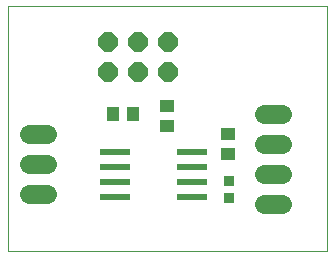
<source format=gts>
G75*
%MOIN*%
%OFA0B0*%
%FSLAX24Y24*%
%IPPOS*%
%LPD*%
%AMOC8*
5,1,8,0,0,1.08239X$1,22.5*
%
%ADD10C,0.0000*%
%ADD11C,0.0640*%
%ADD12R,0.1040X0.0237*%
%ADD13R,0.0434X0.0473*%
%ADD14R,0.0473X0.0434*%
%ADD15R,0.0355X0.0355*%
%ADD16OC8,0.0640*%
D10*
X000163Y000665D02*
X000163Y008814D01*
X010792Y008814D01*
X010792Y000665D01*
X000163Y000665D01*
D11*
X000863Y002558D02*
X001463Y002558D01*
X001463Y003558D02*
X000863Y003558D01*
X000863Y004558D02*
X001463Y004558D01*
X008709Y004216D02*
X009309Y004216D01*
X009309Y005216D02*
X008709Y005216D01*
X008709Y003216D02*
X009309Y003216D01*
X009309Y002216D02*
X008709Y002216D01*
D12*
X006289Y002466D03*
X006289Y002962D03*
X006289Y003462D03*
X006289Y003962D03*
X003729Y003966D03*
X003729Y003466D03*
X003729Y002966D03*
X003729Y002466D03*
D13*
X003674Y005216D03*
X004344Y005216D03*
D14*
X005462Y005495D03*
X005462Y004826D03*
X007509Y004551D03*
X007509Y003881D03*
D15*
X007540Y003003D03*
X007540Y002413D03*
D16*
X005493Y006621D03*
X004493Y006621D03*
X003493Y006621D03*
X003493Y007621D03*
X004493Y007621D03*
X005493Y007621D03*
M02*

</source>
